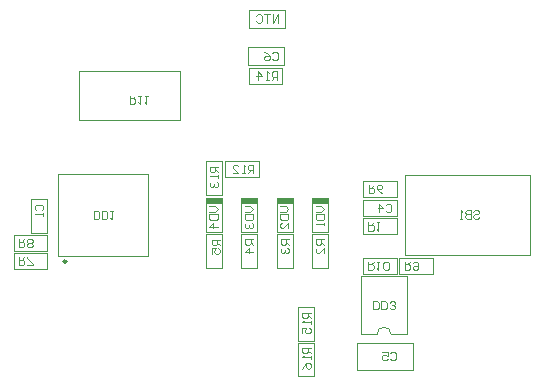
<source format=gbr>
%TF.GenerationSoftware,Altium Limited,Altium Designer,21.6.4 (81)*%
G04 Layer_Color=32896*
%FSLAX43Y43*%
%MOMM*%
%TF.SameCoordinates,1CE7F002-25C6-4FEA-A4B7-191A7A1919B5*%
%TF.FilePolarity,Positive*%
%TF.FileFunction,Other,Bottom_Assembly*%
%TF.Part,Single*%
G01*
G75*
%TA.AperFunction,NonConductor*%
%ADD42C,0.254*%
%ADD62C,0.100*%
%ADD63R,1.375X0.575*%
D42*
X8502Y27010D02*
G03*
X8502Y27010I-112J0D01*
G01*
D62*
X36013Y20857D02*
G03*
X34813Y20857I-600J0D01*
G01*
X26974Y43638D02*
Y45162D01*
X23926Y43638D02*
Y45162D01*
X26974D01*
X23926Y43638D02*
X26974D01*
X29515Y17305D02*
Y20155D01*
X28165Y17305D02*
Y20155D01*
Y17305D02*
X29515D01*
X28165Y20155D02*
X29515D01*
Y20282D02*
Y23132D01*
X28165Y20282D02*
Y23132D01*
Y20282D02*
X29515D01*
X28165Y23132D02*
X29515D01*
X23955Y42085D02*
X26805D01*
X23955Y43435D02*
X26805D01*
X23955Y42085D02*
Y43435D01*
X26805Y42085D02*
Y43435D01*
X23957Y46828D02*
X27005D01*
X23957Y48352D02*
X27005D01*
X23957Y46828D02*
Y48352D01*
X27005Y46828D02*
Y48352D01*
X21950Y34175D02*
X24800D01*
X21950Y35525D02*
X24800D01*
X21950Y34175D02*
Y35525D01*
X24800Y34175D02*
Y35525D01*
X21675Y32660D02*
Y35510D01*
X20325Y32660D02*
Y35510D01*
Y32660D02*
X21675D01*
X20325Y35510D02*
X21675D01*
X9625Y43120D02*
X18150D01*
X9625Y39020D02*
X18150D01*
Y43120D01*
X9625Y39020D02*
Y43120D01*
X33463Y20857D02*
Y25757D01*
X37363Y20857D02*
Y25757D01*
X36013Y20857D02*
X37363D01*
X33463Y25757D02*
X37363D01*
X33463Y20857D02*
X34813D01*
X37840Y17805D02*
Y20155D01*
X33140Y17805D02*
Y20155D01*
X37840D01*
X33140Y17805D02*
X37840D01*
X33638Y30660D02*
X36488D01*
X33638Y29310D02*
X36488D01*
Y30660D01*
X33638Y29310D02*
Y30660D01*
X36505Y30885D02*
Y32235D01*
X33655Y30885D02*
Y32235D01*
X36505D01*
X33655Y30885D02*
X36505D01*
X15440Y27510D02*
Y34410D01*
X7840D02*
X15440D01*
X7840Y27510D02*
Y34410D01*
Y27510D02*
X15440D01*
X36705Y27335D02*
X39555D01*
X36705Y25985D02*
X39555D01*
Y27335D01*
X36705Y25985D02*
Y27335D01*
X33665Y32465D02*
Y33815D01*
X36515Y32465D02*
Y33815D01*
X33665Y32465D02*
X36515D01*
X33665Y33815D02*
X36515D01*
X33632Y27335D02*
X36482D01*
X33632Y25985D02*
X36482D01*
Y27335D01*
X33632Y25985D02*
Y27335D01*
X4045Y26365D02*
Y27715D01*
X6895Y26365D02*
Y27715D01*
X4045Y26365D02*
X6895D01*
X4045Y27715D02*
X6895D01*
X4045Y27895D02*
Y29245D01*
X6895Y27895D02*
Y29245D01*
X4045Y27895D02*
X6895D01*
X4045Y29245D02*
X6895D01*
X6855Y29465D02*
Y32315D01*
X5505Y29465D02*
Y32315D01*
Y29465D02*
X6855D01*
X5505Y32315D02*
X6855D01*
X20325Y32425D02*
X21675D01*
X20325Y29550D02*
X21675D01*
X20325D02*
Y32425D01*
X21675Y29550D02*
Y32425D01*
X20320Y29350D02*
X21670D01*
X20320Y26500D02*
X21670D01*
X20320D02*
Y29350D01*
X21670Y26500D02*
Y29350D01*
X23320D02*
X24670D01*
X23320Y26500D02*
X24670D01*
X23320D02*
Y29350D01*
X24670Y26500D02*
Y29350D01*
X23325Y32425D02*
X24675D01*
X23325Y29550D02*
X24675D01*
X23325D02*
Y32425D01*
X24675Y29550D02*
Y32425D01*
X26325Y29350D02*
X27675D01*
X26325Y26500D02*
X27675D01*
X26325D02*
Y29350D01*
X27675Y26500D02*
Y29350D01*
X26325Y32425D02*
X27675D01*
X26325Y29550D02*
X27675D01*
X26325D02*
Y32425D01*
X27675Y29550D02*
Y32425D01*
X29325Y29350D02*
X30675D01*
X29325Y26500D02*
X30675D01*
X29325D02*
Y29350D01*
X30675Y26500D02*
Y29350D01*
X29325Y32425D02*
X30675D01*
X29325Y29550D02*
X30675D01*
X29325D02*
Y32425D01*
X30675Y29550D02*
Y32425D01*
X47750Y27550D02*
Y34350D01*
X37175D02*
X47750D01*
X37175Y27550D02*
Y34350D01*
Y27550D02*
X47750D01*
X25958Y44633D02*
X26075Y44750D01*
X26308D01*
X26425Y44633D01*
Y44167D01*
X26308Y44050D01*
X26075D01*
X25958Y44167D01*
X25259Y44750D02*
X25492Y44633D01*
X25725Y44400D01*
Y44167D01*
X25609Y44050D01*
X25375D01*
X25259Y44167D01*
Y44283D01*
X25375Y44400D01*
X25725D01*
X29190Y19705D02*
X28490D01*
Y19355D01*
X28607Y19238D01*
X28840D01*
X28957Y19355D01*
Y19705D01*
Y19472D02*
X29190Y19238D01*
Y19005D02*
Y18772D01*
Y18889D01*
X28490D01*
X28607Y19005D01*
X28490Y17956D02*
X28607Y18189D01*
X28840Y18422D01*
X29073D01*
X29190Y18305D01*
Y18072D01*
X29073Y17956D01*
X28957D01*
X28840Y18072D01*
Y18422D01*
X29190Y22682D02*
X28490D01*
Y22332D01*
X28607Y22215D01*
X28840D01*
X28957Y22332D01*
Y22682D01*
Y22448D02*
X29190Y22215D01*
Y21982D02*
Y21749D01*
Y21865D01*
X28490D01*
X28607Y21982D01*
X28490Y20932D02*
Y21399D01*
X28840D01*
X28723Y21166D01*
Y21049D01*
X28840Y20932D01*
X29073D01*
X29190Y21049D01*
Y21282D01*
X29073Y21399D01*
X26355Y42410D02*
Y43110D01*
X26005D01*
X25888Y42993D01*
Y42760D01*
X26005Y42643D01*
X26355D01*
X26122D02*
X25888Y42410D01*
X25655D02*
X25422D01*
X25539D01*
Y43110D01*
X25655Y42993D01*
X24722Y42410D02*
Y43110D01*
X25072Y42760D01*
X24606D01*
X26456Y47240D02*
Y47940D01*
X25990Y47240D01*
Y47940D01*
X25756D02*
X25290D01*
X25523D01*
Y47240D01*
X24590Y47823D02*
X24707Y47940D01*
X24940D01*
X25057Y47823D01*
Y47357D01*
X24940Y47240D01*
X24707D01*
X24590Y47357D01*
X24350Y34500D02*
Y35200D01*
X24000D01*
X23883Y35083D01*
Y34850D01*
X24000Y34733D01*
X24350D01*
X24117D02*
X23883Y34500D01*
X23650D02*
X23417D01*
X23534D01*
Y35200D01*
X23650Y35083D01*
X22601Y34500D02*
X23067D01*
X22601Y34967D01*
Y35083D01*
X22717Y35200D01*
X22950D01*
X23067Y35083D01*
X21350Y35060D02*
X20650D01*
Y34710D01*
X20767Y34593D01*
X21000D01*
X21117Y34710D01*
Y35060D01*
Y34827D02*
X21350Y34593D01*
Y34360D02*
Y34127D01*
Y34244D01*
X20650D01*
X20767Y34360D01*
Y33777D02*
X20650Y33660D01*
Y33427D01*
X20767Y33311D01*
X20884D01*
X21000Y33427D01*
Y33544D01*
Y33427D01*
X21117Y33311D01*
X21233D01*
X21350Y33427D01*
Y33660D01*
X21233Y33777D01*
X13900Y41070D02*
Y40370D01*
X14250D01*
X14367Y40487D01*
Y40720D01*
X14250Y40837D01*
X13900D01*
X14133D02*
X14367Y41070D01*
X14600D02*
X14833D01*
X14716D01*
Y40370D01*
X14600Y40487D01*
X15183Y41070D02*
X15416D01*
X15300D01*
Y40370D01*
X15183Y40487D01*
X34488Y22957D02*
Y23657D01*
X34838D01*
X34955Y23540D01*
Y23074D01*
X34838Y22957D01*
X34488D01*
X35188D02*
Y23657D01*
X35538D01*
X35655Y23540D01*
Y23074D01*
X35538Y22957D01*
X35188D01*
X35888Y23074D02*
X36005Y22957D01*
X36238D01*
X36354Y23074D01*
Y23190D01*
X36238Y23307D01*
X36121D01*
X36238D01*
X36354Y23424D01*
Y23540D01*
X36238Y23657D01*
X36005D01*
X35888Y23540D01*
X35948Y19238D02*
X36065Y19355D01*
X36298D01*
X36415Y19238D01*
Y18772D01*
X36298Y18655D01*
X36065D01*
X35948Y18772D01*
X35249Y19355D02*
X35715D01*
Y19005D01*
X35482Y19122D01*
X35365D01*
X35249Y19005D01*
Y18772D01*
X35365Y18655D01*
X35599D01*
X35715Y18772D01*
X34088Y30335D02*
Y29635D01*
X34438D01*
X34555Y29752D01*
Y29985D01*
X34438Y30102D01*
X34088D01*
X34322D02*
X34555Y30335D01*
X34788D02*
X35021D01*
X34905D01*
Y29635D01*
X34788Y29752D01*
X35563Y31793D02*
X35680Y31910D01*
X35913D01*
X36030Y31793D01*
Y31327D01*
X35913Y31210D01*
X35680D01*
X35563Y31327D01*
X34980Y31210D02*
Y31910D01*
X35330Y31560D01*
X34864D01*
X10824Y30610D02*
Y31310D01*
X11173D01*
X11290Y31193D01*
Y30727D01*
X11173Y30610D01*
X10824D01*
X11523D02*
Y31310D01*
X11873D01*
X11990Y31193D01*
Y30727D01*
X11873Y30610D01*
X11523D01*
X12223Y31310D02*
X12456D01*
X12340D01*
Y30610D01*
X12223Y30727D01*
X37155Y27010D02*
Y26310D01*
X37505D01*
X37622Y26427D01*
Y26660D01*
X37505Y26777D01*
X37155D01*
X37388D02*
X37622Y27010D01*
X37855Y26893D02*
X37971Y27010D01*
X38205D01*
X38321Y26893D01*
Y26427D01*
X38205Y26310D01*
X37971D01*
X37855Y26427D01*
Y26543D01*
X37971Y26660D01*
X38321D01*
X34115Y33490D02*
Y32790D01*
X34465D01*
X34582Y32907D01*
Y33140D01*
X34465Y33257D01*
X34115D01*
X34348D02*
X34582Y33490D01*
X35281Y32790D02*
X35048Y32907D01*
X34815Y33140D01*
Y33373D01*
X34931Y33490D01*
X35165D01*
X35281Y33373D01*
Y33257D01*
X35165Y33140D01*
X34815D01*
X34082Y27010D02*
Y26310D01*
X34432D01*
X34548Y26427D01*
Y26660D01*
X34432Y26777D01*
X34082D01*
X34315D02*
X34548Y27010D01*
X34781D02*
X35015D01*
X34898D01*
Y26310D01*
X34781Y26427D01*
X35365D02*
X35481Y26310D01*
X35715D01*
X35831Y26427D01*
Y26893D01*
X35715Y27010D01*
X35481D01*
X35365Y26893D01*
Y26427D01*
X4495Y27390D02*
Y26690D01*
X4845D01*
X4962Y26807D01*
Y27040D01*
X4845Y27157D01*
X4495D01*
X4728D02*
X4962Y27390D01*
X5195Y26690D02*
X5661D01*
Y26807D01*
X5195Y27273D01*
Y27390D01*
X4495Y28920D02*
Y28220D01*
X4845D01*
X4962Y28337D01*
Y28570D01*
X4845Y28687D01*
X4495D01*
X4728D02*
X4962Y28920D01*
X5195Y28337D02*
X5311Y28220D01*
X5545D01*
X5661Y28337D01*
Y28453D01*
X5545Y28570D01*
X5661Y28687D01*
Y28803D01*
X5545Y28920D01*
X5311D01*
X5195Y28803D01*
Y28687D01*
X5311Y28570D01*
X5195Y28453D01*
Y28337D01*
X5311Y28570D02*
X5545D01*
X5947Y31373D02*
X5830Y31490D01*
Y31723D01*
X5947Y31840D01*
X6413D01*
X6530Y31723D01*
Y31490D01*
X6413Y31373D01*
X6530Y31140D02*
Y30907D01*
Y31024D01*
X5830D01*
X5947Y31140D01*
X20625Y31700D02*
X21092D01*
X21325Y31467D01*
X21092Y31233D01*
X20625D01*
Y31000D02*
X21325D01*
Y30650D01*
X21208Y30534D01*
X20742D01*
X20625Y30650D01*
Y31000D01*
X21325Y29951D02*
X20625D01*
X20975Y30300D01*
Y29834D01*
X21510Y28840D02*
X20810D01*
Y28490D01*
X20927Y28373D01*
X21160D01*
X21277Y28490D01*
Y28840D01*
Y28607D02*
X21510Y28373D01*
X20810Y27674D02*
Y28140D01*
X21160D01*
X21043Y27907D01*
Y27790D01*
X21160Y27674D01*
X21393D01*
X21510Y27790D01*
Y28024D01*
X21393Y28140D01*
X24345Y28900D02*
X23645D01*
Y28550D01*
X23762Y28434D01*
X23995D01*
X24111Y28550D01*
Y28900D01*
Y28667D02*
X24345Y28434D01*
Y27851D02*
X23645D01*
X23995Y28201D01*
Y27734D01*
X23625Y31700D02*
X24092D01*
X24325Y31467D01*
X24092Y31233D01*
X23625D01*
Y31000D02*
X24325D01*
Y30650D01*
X24208Y30534D01*
X23742D01*
X23625Y30650D01*
Y31000D01*
X23742Y30300D02*
X23625Y30184D01*
Y29951D01*
X23742Y29834D01*
X23858D01*
X23975Y29951D01*
Y30067D01*
Y29951D01*
X24092Y29834D01*
X24208D01*
X24325Y29951D01*
Y30184D01*
X24208Y30300D01*
X27350Y28900D02*
X26650D01*
Y28550D01*
X26767Y28434D01*
X27000D01*
X27117Y28550D01*
Y28900D01*
Y28667D02*
X27350Y28434D01*
X26767Y28201D02*
X26650Y28084D01*
Y27851D01*
X26767Y27734D01*
X26884D01*
X27000Y27851D01*
Y27967D01*
Y27851D01*
X27117Y27734D01*
X27233D01*
X27350Y27851D01*
Y28084D01*
X27233Y28201D01*
X26625Y31700D02*
X27092D01*
X27325Y31467D01*
X27092Y31233D01*
X26625D01*
Y31000D02*
X27325D01*
Y30650D01*
X27208Y30534D01*
X26742D01*
X26625Y30650D01*
Y31000D01*
X27325Y29834D02*
Y30300D01*
X26858Y29834D01*
X26742D01*
X26625Y29951D01*
Y30184D01*
X26742Y30300D01*
X30350Y28900D02*
X29650D01*
Y28550D01*
X29767Y28434D01*
X30000D01*
X30117Y28550D01*
Y28900D01*
Y28667D02*
X30350Y28434D01*
Y27734D02*
Y28201D01*
X29884Y27734D01*
X29767D01*
X29650Y27851D01*
Y28084D01*
X29767Y28201D01*
X29625Y31700D02*
X30092D01*
X30325Y31467D01*
X30092Y31233D01*
X29625D01*
Y31000D02*
X30325D01*
Y30650D01*
X30208Y30534D01*
X29742D01*
X29625Y30650D01*
Y31000D01*
X30325Y30300D02*
Y30067D01*
Y30184D01*
X29625D01*
X29742Y30300D01*
X42983Y31233D02*
X43100Y31350D01*
X43333D01*
X43450Y31233D01*
Y31117D01*
X43333Y31000D01*
X43100D01*
X42983Y30883D01*
Y30767D01*
X43100Y30650D01*
X43333D01*
X43450Y30767D01*
X42750Y31350D02*
Y30650D01*
X42400D01*
X42284Y30767D01*
Y30883D01*
X42400Y31000D01*
X42750D01*
X42400D01*
X42284Y31117D01*
Y31233D01*
X42400Y31350D01*
X42750D01*
X42050Y30650D02*
X41817D01*
X41934D01*
Y31350D01*
X42050Y31233D01*
D63*
X21013Y32138D02*
D03*
X24013Y32138D02*
D03*
X27013Y32138D02*
D03*
X30013D02*
D03*
%TF.MD5,98b591cc9ec35ca95bf9a74c02431158*%
M02*

</source>
